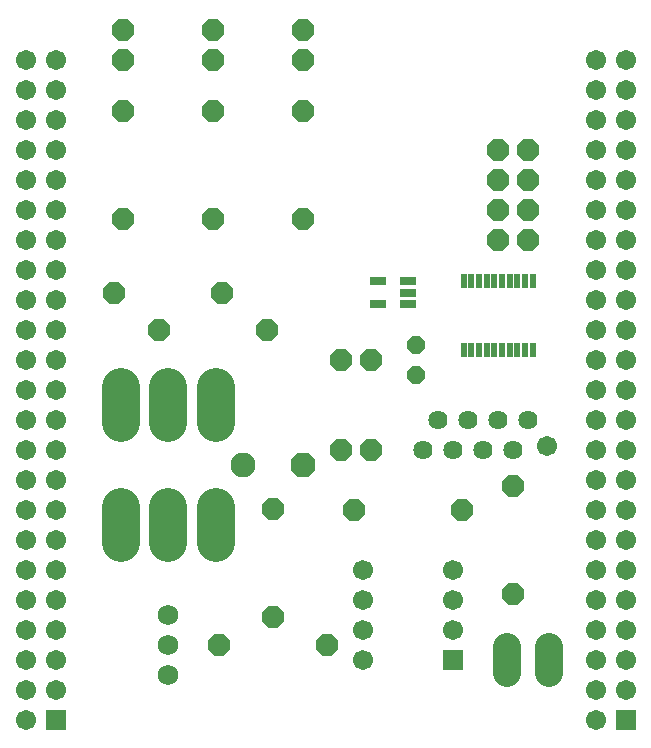
<source format=gbs>
G75*
%MOIN*%
%OFA0B0*%
%FSLAX24Y24*%
%IPPOS*%
%LPD*%
%AMOC8*
5,1,8,0,0,1.08239X$1,22.5*
%
%ADD10R,0.0674X0.0674*%
%ADD11C,0.0674*%
%ADD12R,0.0670X0.0670*%
%ADD13C,0.0670*%
%ADD14OC8,0.0740*%
%ADD15R,0.0200X0.0470*%
%ADD16R,0.0552X0.0297*%
%ADD17C,0.0830*%
%ADD18OC8,0.0830*%
%ADD19OC8,0.0600*%
%ADD20C,0.1265*%
%ADD21C,0.0640*%
%ADD22C,0.0671*%
%ADD23C,0.0680*%
%ADD24C,0.0920*%
D10*
X005970Y008000D03*
X024970Y008000D03*
D11*
X004970Y008000D03*
X004970Y009000D03*
X004970Y010000D03*
X004970Y011000D03*
X004970Y012000D03*
X004970Y013000D03*
X004970Y014000D03*
X004970Y015000D03*
X004970Y016000D03*
X004970Y017000D03*
X004970Y018000D03*
X004970Y019000D03*
X004970Y020000D03*
X004970Y021000D03*
X004970Y022000D03*
X004970Y023000D03*
X004970Y024000D03*
X004970Y025000D03*
X004970Y026000D03*
X004970Y027000D03*
X004970Y028000D03*
X004970Y029000D03*
X004970Y030000D03*
X005970Y030000D03*
X005970Y029000D03*
X005970Y028000D03*
X005970Y027000D03*
X005970Y026000D03*
X005970Y025000D03*
X005970Y024000D03*
X005970Y023000D03*
X005970Y022000D03*
X005970Y021000D03*
X005970Y020000D03*
X005970Y019000D03*
X005970Y018000D03*
X005970Y017000D03*
X005970Y016000D03*
X005970Y015000D03*
X005970Y014000D03*
X005970Y013000D03*
X005970Y012000D03*
X005970Y011000D03*
X005970Y010000D03*
X005970Y009000D03*
X023970Y009000D03*
X024970Y009000D03*
X024970Y010000D03*
X024970Y011000D03*
X023970Y011000D03*
X023970Y010000D03*
X023970Y012000D03*
X024970Y012000D03*
X024970Y013000D03*
X024970Y014000D03*
X023970Y014000D03*
X023970Y013000D03*
X023970Y015000D03*
X024970Y015000D03*
X024970Y016000D03*
X024970Y017000D03*
X023970Y017000D03*
X023970Y016000D03*
X023970Y018000D03*
X024970Y018000D03*
X024970Y019000D03*
X023970Y019000D03*
X023970Y020000D03*
X023970Y021000D03*
X024970Y021000D03*
X024970Y020000D03*
X024970Y022000D03*
X023970Y022000D03*
X023970Y023000D03*
X023970Y024000D03*
X024970Y024000D03*
X024970Y023000D03*
X024970Y025000D03*
X023970Y025000D03*
X023970Y026000D03*
X024970Y026000D03*
X024970Y027000D03*
X024970Y028000D03*
X023970Y028000D03*
X023970Y027000D03*
X023970Y029000D03*
X024970Y029000D03*
X024970Y030000D03*
X023970Y030000D03*
X023970Y008000D03*
D12*
X019220Y010000D03*
D13*
X019220Y011000D03*
X019220Y012000D03*
X019220Y013000D03*
X016220Y013000D03*
X016220Y012000D03*
X016220Y011000D03*
X016220Y010000D03*
D14*
X015020Y010500D03*
X013220Y011450D03*
X011420Y010500D03*
X013220Y015050D03*
X015470Y017000D03*
X016470Y017000D03*
X015920Y015000D03*
X019520Y015000D03*
X021220Y015800D03*
X021220Y012200D03*
X016470Y020000D03*
X015470Y020000D03*
X013020Y021000D03*
X011520Y022250D03*
X009420Y021000D03*
X007920Y022250D03*
X008220Y024700D03*
X011220Y024700D03*
X014220Y024700D03*
X014220Y028300D03*
X014220Y030000D03*
X014220Y031000D03*
X011220Y031000D03*
X011220Y030000D03*
X011220Y028300D03*
X008220Y028300D03*
X008220Y030000D03*
X008220Y031000D03*
X020720Y027000D03*
X020720Y026000D03*
X020720Y025000D03*
X020720Y024000D03*
X021720Y024000D03*
X021720Y025000D03*
X021720Y026000D03*
X021720Y027000D03*
D15*
X021616Y022649D03*
X021872Y022649D03*
X021360Y022649D03*
X021104Y022649D03*
X020848Y022649D03*
X020592Y022649D03*
X020336Y022649D03*
X020080Y022649D03*
X019824Y022649D03*
X019568Y022649D03*
X019568Y020351D03*
X019824Y020351D03*
X020080Y020351D03*
X020336Y020351D03*
X020592Y020351D03*
X020848Y020351D03*
X021104Y020351D03*
X021360Y020351D03*
X021616Y020351D03*
X021872Y020351D03*
D16*
X017732Y021876D03*
X017732Y022250D03*
X017732Y022624D03*
X016708Y022624D03*
X016708Y021876D03*
D17*
X012220Y016500D03*
D18*
X014220Y016500D03*
D19*
X017970Y019500D03*
X017970Y020500D03*
D20*
X011300Y019093D02*
X011300Y017908D01*
X009720Y017908D02*
X009720Y019093D01*
X008140Y019093D02*
X008140Y017908D01*
X008140Y015093D02*
X008140Y013908D01*
X009720Y013908D02*
X009720Y015093D01*
X011300Y015093D02*
X011300Y013908D01*
D21*
X018220Y017000D03*
X019220Y017000D03*
X020220Y017000D03*
X021220Y017000D03*
X020720Y018000D03*
X019720Y018000D03*
X018720Y018000D03*
X021720Y018000D03*
D22*
X022358Y017144D03*
D23*
X009720Y011500D03*
X009720Y010500D03*
X009720Y009500D03*
D24*
X021031Y009580D02*
X021031Y010420D01*
X022409Y010420D02*
X022409Y009580D01*
M02*

</source>
